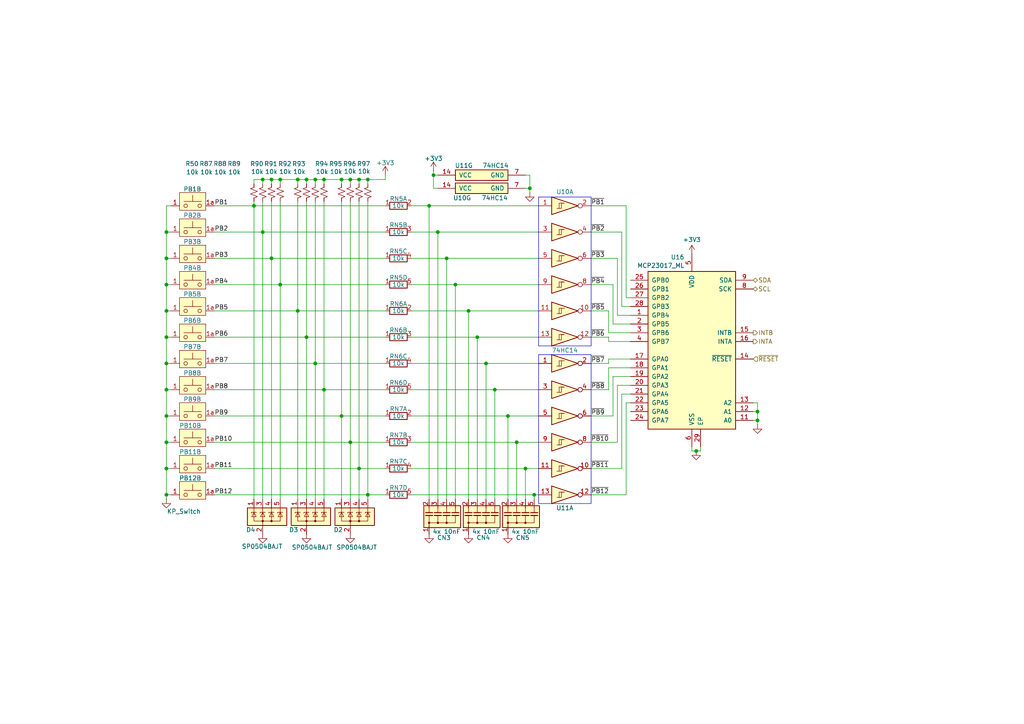
<source format=kicad_sch>
(kicad_sch (version 20250114) (generator "eeschema") (generator_version "9.0")
  (paper "A4")
  (lib_symbols
    (symbol "AudioPanelLibrary:74HC14" (pin_names (offset 1.016))
      (property "Reference" "U" (at 0 3.302 0))
      (property "Value" "74HC14" (at 0 -1.27 0))
      (symbol "74HC14_1_0"
        (polyline (pts (xy -3.81 2.54) (xy -3.81 -2.54) (xy 3.81 0) (xy -3.81 2.54)) (stroke (width 0.254)) (fill (type background)))
        (pin input line (at -7.62 0 0) (length 3.81) (name "~") (number "1"))
        (pin output inverted (at 7.62 0 180) (length 3.81) (name "~") (number "2"))
      )
      (symbol "74HC14_1_1"
        (polyline (pts (xy -2.3194 -0.7675) (xy -1.016 -0.7686) (xy -1.0159 0.7686) (xy -0.106 0.7675)))
        (polyline (pts (xy -1.6512 -0.7626) (xy -1.6536 0.7675) (xy -0.3836 0.7675)))
      )
      (symbol "74HC14_2_0"
        (polyline (pts (xy -3.81 2.54) (xy -3.81 -2.54) (xy 3.81 0) (xy -3.81 2.54)) (stroke (width 0.254)) (fill (type background)))
        (pin input line (at -7.62 0 0) (length 3.81) (name "~") (number "3"))
        (pin output inverted (at 7.62 0 180) (length 3.81) (name "~") (number "4"))
      )
      (symbol "74HC14_2_1"
        (polyline (pts (xy -2.3194 -0.7675) (xy -1.016 -0.7686) (xy -1.0159 0.7686) (xy -0.106 0.7675)))
        (polyline (pts (xy -1.6512 -0.7626) (xy -1.6536 0.7675) (xy -0.3836 0.7675)))
      )
      (symbol "74HC14_3_0"
        (polyline (pts (xy -3.81 2.54) (xy -3.81 -2.54) (xy 3.81 0) (xy -3.81 2.54)) (stroke (width 0.254)) (fill (type background)))
        (pin input line (at -7.62 0 0) (length 3.81) (name "~") (number "5"))
        (pin output inverted (at 7.62 0 180) (length 3.81) (name "~") (number "6"))
      )
      (symbol "74HC14_3_1"
        (polyline (pts (xy -2.3194 -0.7675) (xy -1.016 -0.7686) (xy -1.0159 0.7686) (xy -0.106 0.7675)))
        (polyline (pts (xy -1.6512 -0.7626) (xy -1.6536 0.7675) (xy -0.3836 0.7675)))
      )
      (symbol "74HC14_4_0"
        (polyline (pts (xy -3.81 2.54) (xy -3.81 -2.54) (xy 3.81 0) (xy -3.81 2.54)) (stroke (width 0.254)) (fill (type background)))
        (pin input line (at -7.62 0 0) (length 3.81) (name "~") (number "9"))
        (pin output inverted (at 7.62 0 180) (length 3.81) (name "~") (number "8"))
      )
      (symbol "74HC14_4_1"
        (polyline (pts (xy -2.3194 -0.7675) (xy -1.016 -0.7686) (xy -1.0159 0.7686) (xy -0.106 0.7675)))
        (polyline (pts (xy -1.6512 -0.7626) (xy -1.6536 0.7675) (xy -0.3836 0.7675)))
      )
      (symbol "74HC14_5_0"
        (polyline (pts (xy -3.81 2.54) (xy -3.81 -2.54) (xy 3.81 0) (xy -3.81 2.54)) (stroke (width 0.254)) (fill (type background)))
        (pin input line (at -7.62 0 0) (length 3.81) (name "~") (number "11"))
        (pin output inverted (at 7.62 0 180) (length 3.81) (name "~") (number "10"))
      )
      (symbol "74HC14_5_1"
        (polyline (pts (xy -2.3194 -0.7675) (xy -1.016 -0.7686) (xy -1.0159 0.7686) (xy -0.106 0.7675)))
        (polyline (pts (xy -1.6512 -0.7626) (xy -1.6536 0.7675) (xy -0.3836 0.7675)))
      )
      (symbol "74HC14_6_0"
        (polyline (pts (xy -3.81 2.54) (xy -3.81 -2.54) (xy 3.81 0) (xy -3.81 2.54)) (stroke (width 0.254)) (fill (type background)))
        (pin input line (at -7.62 0 0) (length 3.81) (name "~") (number "13"))
        (pin output inverted (at 7.62 0 180) (length 3.81) (name "~") (number "12"))
      )
      (symbol "74HC14_6_1"
        (polyline (pts (xy -2.3194 -0.7675) (xy -1.016 -0.7686) (xy -1.0159 0.7686) (xy -0.106 0.7675)))
        (polyline (pts (xy -1.6512 -0.7626) (xy -1.6536 0.7675) (xy -0.3836 0.7675)))
      )
      (symbol "74HC14_7_0"
        (pin power_in line (at 0 12.7 270) (length 5.08) (name "VCC") (number "14"))
        (pin power_in line (at 0 -12.7 90) (length 5.08) (name "GND") (number "7"))
      )
      (symbol "74HC14_7_1"
        (rectangle (start -1.524 7.62) (end 1.524 -7.62) (stroke (width 0.254)) (fill (type background)))
      )
    )
    (symbol "AudioPanelLibrary:KP_Switch" (pin_names (hide yes))
      (property "Reference" "PB" (at 0 8.89 0))
      (property "Value" "KP_Switch" (at 0 0 0))
      (symbol "KP_Switch_0_1"
        (polyline (pts (xy 2.54 0) (xy 2.54 0)))
      )
      (symbol "KP_Switch_1_0"
        (polyline (pts (xy -3.81 5.08) (xy 1.27 5.08)))
        (polyline (pts (xy -3.81 0) (xy 1.27 0)))
        (polyline (pts (xy -3.81 -5.08) (xy 1.27 -5.08)))
        (polyline (pts (xy -3.556 3.556) (xy -3.556 2.921) (xy -2.921 2.921)))
        (polyline (pts (xy -3.556 2.921) (xy -2.286 4.191)))
        (polyline (pts (xy -3.556 -1.524) (xy -3.556 -2.159) (xy -2.921 -2.159)))
        (polyline (pts (xy -3.556 -2.159) (xy -2.286 -0.889)))
        (polyline (pts (xy -3.556 -6.604) (xy -3.556 -7.239) (xy -2.921 -7.239)))
        (polyline (pts (xy -3.556 -7.239) (xy -2.286 -5.969)))
        (polyline (pts (xy -2.286 3.556) (xy -2.286 2.921) (xy -1.651 2.921)))
        (polyline (pts (xy -2.286 2.921) (xy -1.016 4.191)))
        (polyline (pts (xy -2.286 -1.524) (xy -2.286 -2.159) (xy -1.651 -2.159)))
        (polyline (pts (xy -2.286 -2.159) (xy -1.016 -0.889)))
        (polyline (pts (xy -2.286 -6.604) (xy -2.286 -7.239) (xy -1.651 -7.239)))
        (polyline (pts (xy -2.286 -7.239) (xy -1.016 -5.969)))
        (polyline (pts (xy -1.905 6.35) (xy -1.905 3.81)))
        (polyline (pts (xy -1.905 5.08) (xy 0 6.35) (xy 0 3.81) (xy -1.905 5.08)) (fill (type outline)))
        (polyline (pts (xy -1.905 1.27) (xy -1.905 -1.27)))
        (polyline (pts (xy -1.905 0) (xy 0 1.27) (xy 0 -1.27) (xy -1.905 0)) (fill (type outline)))
        (polyline (pts (xy -1.905 -3.81) (xy -1.905 -6.35)))
        (polyline (pts (xy -1.905 -5.08) (xy 0 -3.81) (xy 0 -6.35) (xy -1.905 -5.08)) (fill (type outline)))
      )
      (symbol "KP_Switch_1_1"
        (rectangle (start -5.08 7.62) (end 5.08 -8.89) (fill (type background)))
        (polyline (pts (xy -3.81 5.08) (xy -5.08 5.08)))
        (polyline (pts (xy -3.81 0) (xy -5.08 0)))
        (polyline (pts (xy -3.81 0) (xy -3.81 0)))
        (polyline (pts (xy -3.81 -5.08) (xy -5.08 -5.08)))
        (polyline (pts (xy 1.27 5.08) (xy 2.54 5.08) (xy 2.54 -5.08)))
        (polyline (pts (xy 1.27 0) (xy 2.54 0)))
        (polyline (pts (xy 1.27 -5.08) (xy 2.54 -5.08)))
        (polyline (pts (xy 6.35 0) (xy 2.54 0)))
        (text "R" (at 0.762 4.064 0) (effects (font (size 1.27 1.27))))
        (text "G" (at 0.762 -1.016 0) (effects (font (size 1.27 1.27))))
        (text "B" (at 0.762 -6.096 0) (effects (font (size 1.27 1.27))))
        (pin passive line (at -7.62 5.08 0) (length 2.54) (name "K_R") (number "3"))
        (pin passive line (at -7.62 0 0) (length 2.54) (name "K_G") (number "4"))
        (pin passive line (at -7.62 -5.08 0) (length 2.54) (name "K_B") (number "5"))
        (pin passive line (at 7.62 0 180) (length 2.54) (name "A") (number "2"))
      )
      (symbol "KP_Switch_2_1"
        (rectangle (start -3.81 3.81) (end 3.81 -1.27) (fill (type background)))
        (circle (center -2.032 0) (radius 0.508))
        (polyline (pts (xy 0 1.27) (xy 0 3.048)))
        (circle (center 2.032 0) (radius 0.508))
        (polyline (pts (xy 2.54 1.27) (xy -2.54 1.27)))
        (pin passive line (at -6.35 0 0) (length 2.54) (name "1") (number "1"))
        (pin passive line (at 6.35 0 180) (length 2.54) (name "A") (number "1a"))
      )
    )
    (symbol "Device:C_Network04" (pin_names (offset 0) (hide yes))
      (property "Reference" "CN" (at 4.1656 1.27 0))
      (property "Value" "C_Network04" (at 4.1148 -1.27 0))
      (symbol "C_Network04_0_1"
        (rectangle (start -6.604 3.175) (end 4.064 -3.175) (stroke (width 0.254)) (fill (type background)))
        (polyline (pts (xy -5.08 2.54) (xy -5.08 1.1684)))
        (circle (center -5.08 -1.778) (radius 0.254) (fill (type outline)))
        (polyline (pts (xy -5.08 -1.778) (xy -5.08 0.3556)))
        (polyline (pts (xy -5.08 -1.778) (xy 2.54 -1.778)))
        (polyline (pts (xy -5.08 -2.54) (xy -5.08 -1.778)))
        (polyline (pts (xy -2.54 2.54) (xy -2.54 1.1684)))
        (circle (center -2.54 -1.778) (radius 0.254) (fill (type outline)))
        (polyline (pts (xy -2.54 -1.778) (xy -2.54 0.3556)))
        (polyline (pts (xy 0 2.54) (xy 0 1.1684)))
        (polyline (pts (xy 0 -1.778) (xy 0 0.3556)))
        (circle (center 0 -1.778) (radius 0.254) (fill (type outline)))
        (polyline (pts (xy 2.54 2.54) (xy 2.54 1.1684)))
        (polyline (pts (xy 2.54 -1.778) (xy 2.54 0.3556)))
      )
      (symbol "C_Network04_1_1"
        (polyline (pts (xy -6.096 1.1684) (xy -4.064 1.1684)) (stroke (width 0.3048)))
        (polyline (pts (xy -6.096 0.3556) (xy -4.064 0.3556)) (stroke (width 0.3048)))
        (polyline (pts (xy -3.556 1.1684) (xy -1.524 1.1684)) (stroke (width 0.3048)))
        (polyline (pts (xy -3.556 0.3556) (xy -1.524 0.3556)) (stroke (width 0.3048)))
        (polyline (pts (xy -1.016 1.1684) (xy 1.016 1.1684)) (stroke (width 0.3048)))
        (polyline (pts (xy -1.016 0.3556) (xy 1.016 0.3556)) (stroke (width 0.3048)))
        (polyline (pts (xy 1.524 1.1684) (xy 3.556 1.1684)) (stroke (width 0.3048)))
        (polyline (pts (xy 1.524 0.3556) (xy 3.556 0.3556)) (stroke (width 0.3048)))
        (pin passive line (at -5.08 5.08 270) (length 2.54) (name "C1") (number "2"))
        (pin passive line (at -5.08 -5.08 90) (length 2.54) (name "common") (number "1"))
        (pin passive line (at -2.54 5.08 270) (length 2.54) (name "C2") (number "3"))
        (pin passive line (at 0 5.08 270) (length 2.54) (name "C3") (number "4"))
        (pin passive line (at 2.54 5.08 270) (length 2.54) (name "C4") (number "5"))
      )
    )
    (symbol "Device:R_Network04_Split" (pin_names (offset 0) (hide yes))
      (property "Reference" "RN" (at 2.032 0 90))
      (property "Value" "R_Network04_Split" (at 0 0 90))
      (symbol "R_Network04_Split_0_1"
        (rectangle (start 1.016 2.54) (end -1.016 -2.54) (stroke (width 0.254)))
        (pin passive line (at 0 3.81 270) (length 1.27) (name "R1") (number "1"))
      )
      (symbol "R_Network04_Split_1_1"
        (pin passive line (at 0 -3.81 90) (length 1.27) (name "R1.2") (number "2"))
      )
      (symbol "R_Network04_Split_2_1"
        (pin passive line (at 0 -3.81 90) (length 1.27) (name "R2.2") (number "3"))
      )
      (symbol "R_Network04_Split_3_1"
        (pin passive line (at 0 -3.81 90) (length 1.27) (name "R3.2") (number "4"))
      )
      (symbol "R_Network04_Split_4_1"
        (pin passive line (at 0 -3.81 90) (length 1.27) (name "R4.2") (number "5"))
      )
    )
    (symbol "Device:R_Small_US" (pin_numbers (hide yes)) (pin_names (offset 0.254) (hide yes))
      (property "Reference" "R" (at 0.762 0.508 0))
      (property "Value" "R_Small_US" (at 0.762 -1.016 0))
      (symbol "R_Small_US_1_1"
        (polyline (pts (xy 0 1.524) (xy 1.016 1.143) (xy 0 0.762) (xy -1.016 0.381) (xy 0 0)))
        (polyline (pts (xy 0 0) (xy 1.016 -0.381) (xy 0 -0.762) (xy -1.016 -1.143) (xy 0 -1.524)))
        (pin passive line (at 0 2.54 270) (length 1.016) (name "~") (number "1"))
        (pin passive line (at 0 -2.54 90) (length 1.016) (name "~") (number "2"))
      )
    )
    (symbol "Interface_Expansion:MCP23017_ML" (pin_names (offset 1.016))
      (property "Reference" "U" (at -11.43 24.13 0))
      (property "Value" "MCP23017_ML" (at 0 0 0))
      (symbol "MCP23017_ML_0_1"
        (rectangle (start -12.7 22.86) (end 12.7 -22.86) (stroke (width 0.254)) (fill (type background)))
      )
      (symbol "MCP23017_ML_1_1"
        (pin bidirectional line (at -17.78 20.32 0) (length 5.08) (name "SDA") (number "9"))
        (pin input line (at -17.78 17.78 0) (length 5.08) (name "SCK") (number "8"))
        (pin tri_state line (at -17.78 5.08 0) (length 5.08) (name "INTB") (number "15"))
        (pin tri_state line (at -17.78 2.54 0) (length 5.08) (name "INTA") (number "16"))
        (pin input line (at -17.78 -2.54 0) (length 5.08) (name "~{RESET}") (number "14"))
        (pin input line (at -17.78 -15.24 0) (length 5.08) (name "A2") (number "13"))
        (pin input line (at -17.78 -17.78 0) (length 5.08) (name "A1") (number "12"))
        (pin input line (at -17.78 -20.32 0) (length 5.08) (name "A0") (number "11"))
        (pin no_connect line (at -12.7 15.24 0) (length 5.08) (hide yes) (name "NC") (number "7"))
        (pin no_connect line (at -12.7 12.7 0) (length 5.08) (hide yes) (name "NC") (number "10"))
        (pin passive line (at -2.54 -27.94 90) (length 5.08) (name "EP") (number "29"))
        (pin power_in line (at 0 27.94 270) (length 5.08) (name "VDD") (number "5"))
        (pin power_in line (at 0 -27.94 90) (length 5.08) (name "VSS") (number "6"))
        (pin bidirectional line (at 17.78 20.32 180) (length 5.08) (name "GPB0") (number "25"))
        (pin bidirectional line (at 17.78 17.78 180) (length 5.08) (name "GPB1") (number "26"))
        (pin bidirectional line (at 17.78 15.24 180) (length 5.08) (name "GPB2") (number "27"))
        (pin bidirectional line (at 17.78 12.7 180) (length 5.08) (name "GPB3") (number "28"))
        (pin bidirectional line (at 17.78 10.16 180) (length 5.08) (name "GPB4") (number "1"))
        (pin bidirectional line (at 17.78 7.62 180) (length 5.08) (name "GPB5") (number "2"))
        (pin bidirectional line (at 17.78 5.08 180) (length 5.08) (name "GPB6") (number "3"))
        (pin output line (at 17.78 2.54 180) (length 5.08) (name "GPB7") (number "4"))
        (pin bidirectional line (at 17.78 -2.54 180) (length 5.08) (name "GPA0") (number "17"))
        (pin bidirectional line (at 17.78 -5.08 180) (length 5.08) (name "GPA1") (number "18"))
        (pin bidirectional line (at 17.78 -7.62 180) (length 5.08) (name "GPA2") (number "19"))
        (pin bidirectional line (at 17.78 -10.16 180) (length 5.08) (name "GPA3") (number "20"))
        (pin bidirectional line (at 17.78 -12.7 180) (length 5.08) (name "GPA4") (number "21"))
        (pin bidirectional line (at 17.78 -15.24 180) (length 5.08) (name "GPA5") (number "22"))
        (pin bidirectional line (at 17.78 -17.78 180) (length 5.08) (name "GPA6") (number "23"))
        (pin output line (at 17.78 -20.32 180) (length 5.08) (name "GPA7") (number "24"))
      )
    )
    (symbol "Power_Protection:SP0504BAJT" (pin_names (hide yes))
      (property "Reference" "D" (at 7.62 2.54 0))
      (property "Value" "SP0504BAJT" (at 7.62 0.635 0))
      (symbol "SP0504BAJT_0_0"
        (pin passive line (at 0 -5.08 90) (length 2.54) (name "A") (number "2"))
      )
      (symbol "SP0504BAJT_0_1"
        (rectangle (start -4.445 2.54) (end 6.985 -2.54) (stroke (width 0.254)) (fill (type background)))
        (polyline (pts (xy -3.302 1.016) (xy -3.302 1.27) (xy -1.905 1.27) (xy -1.778 1.27)))
        (polyline (pts (xy -2.54 2.54) (xy -2.54 1.27)))
        (polyline (pts (xy -2.54 1.27) (xy -2.54 -1.27) (xy 2.54 -1.27) (xy 2.54 1.27)))
        (polyline (pts (xy -2.54 1.27) (xy -1.905 0) (xy -3.175 0) (xy -2.54 1.27)))
        (polyline (pts (xy 0 2.54) (xy 0 1.27)))
        (polyline (pts (xy 0 -1.27) (xy 0 1.27)))
        (polyline (pts (xy 0 -1.27) (xy 0 -2.54)))
        (circle (center 0 -1.27) (radius 0.254) (fill (type outline)))
        (polyline (pts (xy 0.635 1.27) (xy 0.762 1.27)))
        (polyline (pts (xy 0.635 1.27) (xy -0.762 1.27) (xy -0.762 1.016)))
        (polyline (pts (xy 0.635 0) (xy -0.635 0) (xy 0 1.27) (xy 0.635 0)))
        (polyline (pts (xy 1.778 1.016) (xy 1.778 1.27) (xy 3.175 1.27) (xy 3.302 1.27)))
        (polyline (pts (xy 2.54 2.54) (xy 2.54 1.27)))
        (polyline (pts (xy 2.54 1.27) (xy 1.905 0) (xy 3.175 0) (xy 2.54 1.27)))
        (circle (center 2.54 -1.27) (radius 0.254) (fill (type outline)))
        (polyline (pts (xy 4.318 1.016) (xy 4.318 1.27) (xy 5.715 1.27) (xy 5.842 1.27)))
        (polyline (pts (xy 5.08 2.54) (xy 5.08 1.27)))
        (polyline (pts (xy 5.08 1.27) (xy 5.08 -1.27) (xy 2.54 -1.27)))
        (polyline (pts (xy 5.08 1.27) (xy 4.445 0) (xy 5.715 0) (xy 5.08 1.27)))
      )
      (symbol "SP0504BAJT_1_1"
        (pin passive line (at -2.54 5.08 270) (length 2.54) (name "K") (number "1"))
        (pin passive line (at 0 5.08 270) (length 2.54) (name "K") (number "3"))
        (pin passive line (at 2.54 5.08 270) (length 2.54) (name "K") (number "4"))
        (pin passive line (at 5.08 5.08 270) (length 2.54) (name "K") (number "5"))
      )
    )
    (symbol "power:+3V3" (power) (pin_numbers (hide yes)) (pin_names (offset 0) (hide yes))
      (property "Value" "+3V3" (at 0 3.556 0))
      (symbol "+3V3_0_1"
        (polyline (pts (xy -0.762 1.27) (xy 0 2.54)))
        (polyline (pts (xy 0 2.54) (xy 0.762 1.27)))
        (polyline (pts (xy 0 0) (xy 0 2.54)))
      )
      (symbol "+3V3_1_1"
        (pin power_in line (at 0 0 90) (length 0) (name "~") (number "1"))
      )
    )
    (symbol "power:GND" (power) (pin_numbers (hide yes)) (pin_names (offset 0) (hide yes))
      (property "Value" "GND" (at 0 -3.81 0))
      (symbol "GND_0_1"
        (polyline (pts (xy 0 0) (xy 0 -1.27) (xy 1.27 -1.27) (xy 0 -2.54) (xy -1.27 -1.27) (xy 0 -1.27)))
      )
      (symbol "GND_1_1"
        (pin power_in line (at 0 0 270) (length 0) (name "~") (number "1"))
      )
    )
  )
  (rectangle (start 156.21 102.87) (end 171.45 146.05))
  (rectangle (start 156.21 57.15) (end 171.45 100.33))
  (junction (at 106.68 143.51))
  (junction (at 48.26 74.93))
  (junction (at 219.71 119.38))
  (junction (at 140.97 105.41))
  (junction (at 99.06 120.65))
  (junction (at 143.51 113.03))
  (junction (at 81.28 52.07))
  (junction (at 48.26 113.03))
  (junction (at 48.26 97.79))
  (junction (at 48.26 135.89))
  (junction (at 125.73 50.8))
  (junction (at 91.44 105.41))
  (junction (at 78.74 52.07))
  (junction (at 88.9 52.07))
  (junction (at 135.89 90.17))
  (junction (at 101.6 52.07))
  (junction (at 76.2 67.31))
  (junction (at 48.26 128.27))
  (junction (at 48.26 120.65))
  (junction (at 149.86 128.27))
  (junction (at 78.74 74.93))
  (junction (at 124.46 59.69))
  (junction (at 154.94 143.51))
  (junction (at 73.66 59.69))
  (junction (at 147.32 120.65))
  (junction (at 101.6 128.27))
  (junction (at 153.67 54.61))
  (junction (at 81.28 82.55))
  (junction (at 48.26 90.17))
  (junction (at 48.26 82.55))
  (junction (at 86.36 90.17))
  (junction (at 106.68 52.07))
  (junction (at 201.93 130.81))
  (junction (at 104.14 52.07))
  (junction (at 48.26 67.31))
  (junction (at 93.98 113.03))
  (junction (at 91.44 52.07))
  (junction (at 48.26 143.51))
  (junction (at 152.4 135.89))
  (junction (at 86.36 52.07))
  (junction (at 93.98 52.07))
  (junction (at 132.08 82.55))
  (junction (at 138.43 97.79))
  (junction (at 219.71 121.92))
  (junction (at 48.26 105.41))
  (junction (at 127 67.31))
  (junction (at 76.2 52.07))
  (junction (at 99.06 52.07))
  (junction (at 104.14 135.89))
  (junction (at 88.9 97.79))
  (junction (at 129.54 74.93))
  (wire (pts (xy 81.28 58.42) (xy 81.28 82.55)))
  (wire (pts (xy 138.43 97.79) (xy 156.21 97.79)))
  (wire (pts (xy 218.44 121.92) (xy 219.71 121.92)))
  (wire (pts (xy 48.26 82.55) (xy 48.26 74.93)))
  (wire (pts (xy 93.98 52.07) (xy 93.98 53.34)))
  (wire (pts (xy 119.38 135.89) (xy 152.4 135.89)))
  (wire (pts (xy 99.06 58.42) (xy 99.06 120.65)))
  (wire (pts (xy 48.26 67.31) (xy 49.53 67.31)))
  (wire (pts (xy 62.23 59.69) (xy 73.66 59.69)))
  (wire (pts (xy 91.44 105.41) (xy 91.44 144.78)))
  (wire (pts (xy 76.2 67.31) (xy 111.76 67.31)))
  (wire (pts (xy 135.89 90.17) (xy 156.21 90.17)))
  (wire (pts (xy 171.45 67.31) (xy 180.34 67.31)))
  (wire (pts (xy 48.26 97.79) (xy 48.26 105.41)))
  (wire (pts (xy 73.66 59.69) (xy 111.76 59.69)))
  (wire (pts (xy 125.73 54.61) (xy 127 54.61)))
  (wire (pts (xy 156.21 120.65) (xy 147.32 120.65)))
  (wire (pts (xy 181.61 116.84) (xy 181.61 143.51)))
  (wire (pts (xy 88.9 52.07) (xy 91.44 52.07)))
  (wire (pts (xy 219.71 121.92) (xy 219.71 119.38)))
  (wire (pts (xy 171.45 59.69) (xy 181.61 59.69)))
  (wire (pts (xy 176.53 105.41) (xy 171.45 105.41)))
  (wire (pts (xy 182.88 88.9) (xy 180.34 88.9)))
  (wire (pts (xy 154.94 143.51) (xy 156.21 143.51)))
  (wire (pts (xy 48.26 120.65) (xy 48.26 113.03)))
  (wire (pts (xy 106.68 143.51) (xy 111.76 143.51)))
  (wire (pts (xy 48.26 128.27) (xy 49.53 128.27)))
  (wire (pts (xy 176.53 97.79) (xy 171.45 97.79)))
  (wire (pts (xy 101.6 52.07) (xy 101.6 53.34)))
  (wire (pts (xy 180.34 114.3) (xy 180.34 135.89)))
  (wire (pts (xy 93.98 113.03) (xy 111.76 113.03)))
  (wire (pts (xy 76.2 52.07) (xy 76.2 53.34)))
  (wire (pts (xy 86.36 58.42) (xy 86.36 90.17)))
  (wire (pts (xy 203.2 130.81) (xy 201.93 130.81)))
  (wire (pts (xy 119.38 143.51) (xy 154.94 143.51)))
  (wire (pts (xy 176.53 99.06) (xy 176.53 97.79)))
  (wire (pts (xy 180.34 88.9) (xy 180.34 67.31)))
  (wire (pts (xy 48.26 67.31) (xy 48.26 59.69)))
  (wire (pts (xy 76.2 58.42) (xy 76.2 67.31)))
  (wire (pts (xy 140.97 105.41) (xy 140.97 144.78)))
  (wire (pts (xy 154.94 143.51) (xy 154.94 144.78)))
  (wire (pts (xy 182.88 104.14) (xy 176.53 104.14)))
  (wire (pts (xy 176.53 104.14) (xy 176.53 105.41)))
  (wire (pts (xy 127 67.31) (xy 127 144.78)))
  (wire (pts (xy 48.26 144.78) (xy 48.26 143.51)))
  (wire (pts (xy 78.74 74.93) (xy 111.76 74.93)))
  (wire (pts (xy 62.23 120.65) (xy 99.06 120.65)))
  (wire (pts (xy 129.54 74.93) (xy 129.54 144.78)))
  (wire (pts (xy 153.67 50.8) (xy 152.4 50.8)))
  (wire (pts (xy 62.23 143.51) (xy 106.68 143.51)))
  (wire (pts (xy 119.38 82.55) (xy 132.08 82.55)))
  (wire (pts (xy 182.88 99.06) (xy 176.53 99.06)))
  (wire (pts (xy 99.06 120.65) (xy 99.06 144.78)))
  (wire (pts (xy 176.53 113.03) (xy 171.45 113.03)))
  (wire (pts (xy 182.88 106.68) (xy 176.53 106.68)))
  (wire (pts (xy 171.45 128.27) (xy 179.07 128.27)))
  (wire (pts (xy 124.46 59.69) (xy 124.46 144.78)))
  (wire (pts (xy 104.14 135.89) (xy 111.76 135.89)))
  (wire (pts (xy 119.38 67.31) (xy 127 67.31)))
  (wire (pts (xy 132.08 82.55) (xy 156.21 82.55)))
  (wire (pts (xy 81.28 82.55) (xy 111.76 82.55)))
  (wire (pts (xy 179.07 91.44) (xy 179.07 74.93)))
  (wire (pts (xy 48.26 97.79) (xy 49.53 97.79)))
  (wire (pts (xy 48.26 90.17) (xy 48.26 82.55)))
  (wire (pts (xy 201.93 130.81) (xy 200.66 130.81)))
  (wire (pts (xy 182.88 114.3) (xy 180.34 114.3)))
  (wire (pts (xy 81.28 52.07) (xy 81.28 53.34)))
  (wire (pts (xy 152.4 135.89) (xy 152.4 144.78)))
  (wire (pts (xy 119.38 90.17) (xy 135.89 90.17)))
  (wire (pts (xy 93.98 52.07) (xy 99.06 52.07)))
  (wire (pts (xy 106.68 58.42) (xy 106.68 143.51)))
  (wire (pts (xy 106.68 143.51) (xy 106.68 144.78)))
  (wire (pts (xy 101.6 52.07) (xy 104.14 52.07)))
  (wire (pts (xy 62.23 97.79) (xy 88.9 97.79)))
  (wire (pts (xy 177.8 82.55) (xy 177.8 93.98)))
  (wire (pts (xy 119.38 97.79) (xy 138.43 97.79)))
  (wire (pts (xy 86.36 90.17) (xy 86.36 144.78)))
  (wire (pts (xy 86.36 52.07) (xy 88.9 52.07)))
  (wire (pts (xy 176.53 96.52) (xy 176.53 90.17)))
  (wire (pts (xy 125.73 50.8) (xy 127 50.8)))
  (wire (pts (xy 91.44 52.07) (xy 91.44 53.34)))
  (wire (pts (xy 86.36 52.07) (xy 86.36 53.34)))
  (wire (pts (xy 62.23 128.27) (xy 101.6 128.27)))
  (wire (pts (xy 73.66 59.69) (xy 73.66 144.78)))
  (wire (pts (xy 219.71 119.38) (xy 219.71 116.84)))
  (wire (pts (xy 153.67 54.61) (xy 153.67 50.8)))
  (wire (pts (xy 62.23 135.89) (xy 104.14 135.89)))
  (wire (pts (xy 111.76 52.07) (xy 106.68 52.07)))
  (wire (pts (xy 62.23 90.17) (xy 86.36 90.17)))
  (wire (pts (xy 119.38 113.03) (xy 143.51 113.03)))
  (wire (pts (xy 62.23 67.31) (xy 76.2 67.31)))
  (wire (pts (xy 99.06 52.07) (xy 101.6 52.07)))
  (wire (pts (xy 88.9 58.42) (xy 88.9 97.79)))
  (wire (pts (xy 171.45 74.93) (xy 179.07 74.93)))
  (wire (pts (xy 182.88 93.98) (xy 177.8 93.98)))
  (wire (pts (xy 48.26 74.93) (xy 48.26 67.31)))
  (wire (pts (xy 147.32 120.65) (xy 147.32 144.78)))
  (wire (pts (xy 119.38 59.69) (xy 124.46 59.69)))
  (wire (pts (xy 176.53 106.68) (xy 176.53 113.03)))
  (wire (pts (xy 132.08 82.55) (xy 132.08 144.78)))
  (wire (pts (xy 73.66 58.42) (xy 73.66 59.69)))
  (wire (pts (xy 48.26 113.03) (xy 49.53 113.03)))
  (wire (pts (xy 182.88 111.76) (xy 179.07 111.76)))
  (wire (pts (xy 81.28 82.55) (xy 81.28 144.78)))
  (wire (pts (xy 91.44 58.42) (xy 91.44 105.41)))
  (wire (pts (xy 62.23 113.03) (xy 93.98 113.03)))
  (wire (pts (xy 88.9 97.79) (xy 88.9 144.78)))
  (wire (pts (xy 48.26 143.51) (xy 48.26 135.89)))
  (wire (pts (xy 99.06 52.07) (xy 99.06 53.34)))
  (wire (pts (xy 88.9 97.79) (xy 111.76 97.79)))
  (wire (pts (xy 104.14 58.42) (xy 104.14 135.89)))
  (wire (pts (xy 48.26 59.69) (xy 49.53 59.69)))
  (wire (pts (xy 149.86 128.27) (xy 149.86 144.78)))
  (wire (pts (xy 119.38 105.41) (xy 140.97 105.41)))
  (wire (pts (xy 182.88 109.22) (xy 177.8 109.22)))
  (wire (pts (xy 182.88 86.36) (xy 181.61 86.36)))
  (wire (pts (xy 143.51 113.03) (xy 143.51 144.78)))
  (wire (pts (xy 48.26 120.65) (xy 49.53 120.65)))
  (wire (pts (xy 48.26 135.89) (xy 48.26 128.27)))
  (wire (pts (xy 125.73 50.8) (xy 125.73 54.61)))
  (wire (pts (xy 88.9 52.07) (xy 88.9 53.34)))
  (wire (pts (xy 176.53 90.17) (xy 171.45 90.17)))
  (wire (pts (xy 91.44 105.41) (xy 111.76 105.41)))
  (wire (pts (xy 203.2 129.54) (xy 203.2 130.81)))
  (wire (pts (xy 138.43 97.79) (xy 138.43 144.78)))
  (wire (pts (xy 127 67.31) (xy 156.21 67.31)))
  (wire (pts (xy 76.2 52.07) (xy 78.74 52.07)))
  (wire (pts (xy 181.61 86.36) (xy 181.61 59.69)))
  (wire (pts (xy 73.66 52.07) (xy 76.2 52.07)))
  (wire (pts (xy 62.23 74.93) (xy 78.74 74.93)))
  (wire (pts (xy 200.66 130.81) (xy 200.66 129.54)))
  (wire (pts (xy 135.89 90.17) (xy 135.89 144.78)))
  (wire (pts (xy 171.45 143.51) (xy 181.61 143.51)))
  (wire (pts (xy 152.4 135.89) (xy 156.21 135.89)))
  (wire (pts (xy 140.97 105.41) (xy 156.21 105.41)))
  (wire (pts (xy 129.54 74.93) (xy 156.21 74.93)))
  (wire (pts (xy 62.23 105.41) (xy 91.44 105.41)))
  (wire (pts (xy 177.8 109.22) (xy 177.8 120.65)))
  (wire (pts (xy 219.71 116.84) (xy 218.44 116.84)))
  (wire (pts (xy 111.76 50.8) (xy 111.76 52.07)))
  (wire (pts (xy 152.4 54.61) (xy 153.67 54.61)))
  (wire (pts (xy 86.36 90.17) (xy 111.76 90.17)))
  (wire (pts (xy 182.88 91.44) (xy 179.07 91.44)))
  (wire (pts (xy 48.26 135.89) (xy 49.53 135.89)))
  (wire (pts (xy 101.6 128.27) (xy 111.76 128.27)))
  (wire (pts (xy 78.74 58.42) (xy 78.74 74.93)))
  (wire (pts (xy 177.8 82.55) (xy 171.45 82.55)))
  (wire (pts (xy 171.45 135.89) (xy 180.34 135.89)))
  (wire (pts (xy 78.74 74.93) (xy 78.74 144.78)))
  (wire (pts (xy 182.88 96.52) (xy 176.53 96.52)))
  (wire (pts (xy 104.14 135.89) (xy 104.14 144.78)))
  (wire (pts (xy 153.67 55.88) (xy 153.67 54.61)))
  (wire (pts (xy 93.98 113.03) (xy 93.98 144.78)))
  (wire (pts (xy 62.23 82.55) (xy 81.28 82.55)))
  (wire (pts (xy 149.86 128.27) (xy 156.21 128.27)))
  (wire (pts (xy 78.74 52.07) (xy 78.74 53.34)))
  (wire (pts (xy 76.2 67.31) (xy 76.2 144.78)))
  (wire (pts (xy 106.68 52.07) (xy 106.68 53.34)))
  (wire (pts (xy 182.88 116.84) (xy 181.61 116.84)))
  (wire (pts (xy 48.26 90.17) (xy 49.53 90.17)))
  (wire (pts (xy 119.38 128.27) (xy 149.86 128.27)))
  (wire (pts (xy 48.26 105.41) (xy 49.53 105.41)))
  (wire (pts (xy 48.26 97.79) (xy 48.26 90.17)))
  (wire (pts (xy 101.6 128.27) (xy 101.6 144.78)))
  (wire (pts (xy 104.14 52.07) (xy 106.68 52.07)))
  (wire (pts (xy 101.6 58.42) (xy 101.6 128.27)))
  (wire (pts (xy 143.51 113.03) (xy 156.21 113.03)))
  (wire (pts (xy 219.71 123.19) (xy 219.71 121.92)))
  (wire (pts (xy 99.06 120.65) (xy 111.76 120.65)))
  (wire (pts (xy 179.07 111.76) (xy 179.07 128.27)))
  (wire (pts (xy 91.44 52.07) (xy 93.98 52.07)))
  (wire (pts (xy 73.66 53.34) (xy 73.66 52.07)))
  (wire (pts (xy 124.46 59.69) (xy 156.21 59.69)))
  (wire (pts (xy 48.26 105.41) (xy 48.26 113.03)))
  (wire (pts (xy 48.26 128.27) (xy 48.26 120.65)))
  (wire (pts (xy 125.73 49.53) (xy 125.73 50.8)))
  (wire (pts (xy 218.44 119.38) (xy 219.71 119.38)))
  (wire (pts (xy 119.38 74.93) (xy 129.54 74.93)))
  (wire (pts (xy 81.28 52.07) (xy 86.36 52.07)))
  (wire (pts (xy 48.26 143.51) (xy 49.53 143.51)))
  (wire (pts (xy 104.14 52.07) (xy 104.14 53.34)))
  (wire (pts (xy 147.32 120.65) (xy 119.38 120.65)))
  (wire (pts (xy 78.74 52.07) (xy 81.28 52.07)))
  (wire (pts (xy 48.26 74.93) (xy 49.53 74.93)))
  (wire (pts (xy 177.8 120.65) (xy 171.45 120.65)))
  (wire (pts (xy 93.98 58.42) (xy 93.98 113.03)))
  (wire (pts (xy 48.26 82.55) (xy 49.53 82.55)))
  (label "PB10" (at 62.23 128.27 0))
  (label "PB11" (at 62.23 135.89 0))
  (label "PB3" (at 62.23 74.93 0))
  (label "~{PB7}" (at 171.45 105.41 0))
  (label "PB4" (at 62.23 82.55 0))
  (label "~{PB3}" (at 171.45 74.93 0))
  (label "PB1" (at 62.23 59.69 0))
  (label "~{PB5}" (at 171.45 90.17 0))
  (label "PB7" (at 62.23 105.41 0))
  (label "~{PB11}" (at 171.45 135.89 0))
  (label "~{PB12}" (at 171.45 143.51 0))
  (label "PB9" (at 62.23 120.65 0))
  (label "~{PB10}" (at 171.45 128.27 0))
  (label "PB6" (at 62.23 97.79 0))
  (label "~{PB9}" (at 171.45 120.65 0))
  (label "PB5" (at 62.23 90.17 0))
  (label "~{PB4}" (at 171.45 82.55 0))
  (label "~{PB8}" (at 171.45 113.03 0))
  (label "PB2" (at 62.23 67.31 0))
  (label "PB8" (at 62.23 113.03 0))
  (label "~{PB2}" (at 171.45 67.31 0))
  (label "~{PB6}" (at 171.45 97.79 0))
  (label "PB12" (at 62.23 143.51 0))
  (label "~{PB1}" (at 171.45 59.69 0))
  (hierarchical_label "SDA" (shape bidirectional) (at 218.44 81.28 0))
  (hierarchical_label "INTB" (shape output) (at 218.44 96.52 0))
  (hierarchical_label "INTA" (shape output) (at 218.44 99.06 0))
  (hierarchical_label "~{RESET}" (shape input) (at 218.44 104.14 0))
  (hierarchical_label "SCL" (shape bidirectional) (at 218.44 83.82 0))
  (symbol (lib_id "Device:R_Small_US") (at 99.06 55.88 0) (mirror y) (unit 1)
    (property "Reference" "R94" (at 95.25 47.5206 0) (effects (justify left)))
    (property "Value" "10k" (at 95.25 49.8066 0) (effects (justify left)))
    (property "Description" "Resistor, small US symbol" (effects (hide yes)))
  )
  (symbol (lib_id "AudioPanelLibrary:74HC14") (at 139.7 50.8 90) (unit 7)
    (property "Reference" "U11" (at 137.16 48.006 90) (effects (justify left)))
    (property "Value" "74HC14" (at 147.574 48.006 90) (effects (justify left)))
    (property "Datasheet" "http://www.ti.com/lit/gpn/sn74HC14" (effects (hide yes)))
    (property "Description" "Hex inverter schmitt trigger" (effects (hide yes)))
  )
  (symbol (lib_id "power:GND") (at 101.6 154.94 0) (unit 1)
    (property "Reference" "#PWR0137" (effects (hide yes)))
    (property "Value" "GND" (effects (hide yes)))
    (property "Description" "Power symbol creates a global label with name \"GND\" , ground" (effects (hide yes)))
  )
  (symbol (lib_id "AudioPanelLibrary:74HC14") (at 163.83 90.17 0) (unit 5)
    (property "Reference" "U10" (effects (hide yes)))
    (property "Value" "74HC14" (effects (hide yes)))
    (property "Datasheet" "http://www.ti.com/lit/gpn/sn74HC14" (effects (hide yes)))
    (property "Description" "Hex inverter schmitt trigger" (effects (hide yes)))
  )
  (symbol (lib_id "Device:R_Small_US") (at 91.44 55.88 0) (mirror y) (unit 1)
    (property "Reference" "R92" (at 84.582 47.5206 0) (effects (justify left)))
    (property "Value" "10k" (at 84.582 49.8066 0) (effects (justify left)))
    (property "Description" "Resistor, small US symbol" (effects (hide yes)))
  )
  (symbol (lib_id "Device:C_Network04") (at 152.4 149.86 0) (unit 1)
    (property "Reference" "CN5" (at 149.606 155.956 0) (effects (justify left)))
    (property "Value" "4x 10nF" (at 148.336 154.178 0) (effects (justify left)))
    (property "Description" "4 capacitor network, star topology, bussed capacitors, single bus pin, small symbol, SIP-5" (effects (hide yes)))
  )
  (symbol (lib_id "AudioPanelLibrary:KP_Switch") (at 55.88 135.89 0) (unit 2)
    (property "Reference" "PB11" (at 58.42 131.064 0) (effects (justify right)))
    (property "Value" "KP_Switch" (effects (hide yes)))
    (property "Datasheet" "https://www.nkkswitches.com/pdf/KP_Series.pdf" (effects (hide yes)))
  )
  (symbol (lib_id "power:+3V3") (at 200.66 73.66 0) (unit 1)
    (property "Reference" "#PWR0114" (effects (hide yes)))
    (property "Value" "+3V3" (at 200.66 69.5269 0))
    (property "Description" "Power symbol creates a global label with name \"+3V3\"" (effects (hide yes)))
  )
  (symbol (lib_id "Power_Protection:SP0504BAJT") (at 101.6 149.86 0) (unit 1)
    (property "Reference" "D2" (at 96.774 153.67 0) (effects (justify left)))
    (property "Value" "SP0504BAJT" (at 97.536 158.75 0) (effects (justify left)))
    (property "Footprint" "Package_TO_SOT_SMD:SOT-353_SC-70-5" (effects (hide yes)))
    (property "Datasheet" "http://www.littelfuse.com/~/media/files/littelfuse/technical%20resources/documents/data%20sheets/sp05xxba.pdf" (effects (hide yes)))
    (property "Description" "TVS Diode Array, 5.5V Standoff, 4 Channels, SC-70-5 package" (effects (hide yes)))
  )
  (symbol (lib_id "AudioPanelLibrary:KP_Switch") (at 55.88 74.93 0) (unit 2)
    (property "Reference" "PB3" (at 58.42 70.104 0) (effects (justify right)))
    (property "Value" "KP_Switch" (effects (hide yes)))
    (property "Datasheet" "https://www.nkkswitches.com/pdf/KP_Series.pdf" (effects (hide yes)))
  )
  (symbol (lib_id "AudioPanelLibrary:74HC14") (at 163.83 82.55 0) (unit 4)
    (property "Reference" "U10" (effects (hide yes)))
    (property "Value" "74HC14" (effects (hide yes)))
    (property "Datasheet" "http://www.ti.com/lit/gpn/sn74HC14" (effects (hide yes)))
    (property "Description" "Hex inverter schmitt trigger" (effects (hide yes)))
  )
  (symbol (lib_id "AudioPanelLibrary:KP_Switch") (at 55.88 105.41 0) (unit 2)
    (property "Reference" "PB7" (at 58.42 100.584 0) (effects (justify right)))
    (property "Value" "KP_Switch" (effects (hide yes)))
    (property "Datasheet" "https://www.nkkswitches.com/pdf/KP_Series.pdf" (effects (hide yes)))
  )
  (symbol (lib_id "AudioPanelLibrary:74HC14") (at 163.83 74.93 0) (unit 3)
    (property "Reference" "U10" (effects (hide yes)))
    (property "Value" "74HC14" (effects (hide yes)))
    (property "Datasheet" "http://www.ti.com/lit/gpn/sn74HC14" (effects (hide yes)))
    (property "Description" "Hex inverter schmitt trigger" (effects (hide yes)))
  )
  (symbol (lib_id "AudioPanelLibrary:74HC14") (at 163.83 143.51 0) (unit 6)
    (property "Reference" "U11" (effects (hide yes)))
    (property "Value" "74HC14" (effects (hide yes)))
    (property "Datasheet" "http://www.ti.com/lit/gpn/sn74HC14" (effects (hide yes)))
    (property "Description" "Hex inverter schmitt trigger" (effects (hide yes)))
  )
  (symbol (lib_id "Device:R_Small_US") (at 101.6 55.88 0) (mirror y) (unit 1)
    (property "Reference" "R95" (at 99.314 47.5206 0) (effects (justify left)))
    (property "Value" "10k" (at 99.314 49.8066 0) (effects (justify left)))
    (property "Description" "Resistor, small US symbol" (effects (hide yes)))
  )
  (symbol (lib_id "AudioPanelLibrary:74HC14") (at 163.83 120.65 0) (unit 3)
    (property "Reference" "U11" (effects (hide yes)))
    (property "Value" "74HC14" (effects (hide yes)))
    (property "Datasheet" "http://www.ti.com/lit/gpn/sn74HC14" (effects (hide yes)))
    (property "Description" "Hex inverter schmitt trigger" (effects (hide yes)))
  )
  (symbol (lib_id "AudioPanelLibrary:74HC14") (at 163.83 59.69 0) (unit 1)
    (property "Reference" "U10" (at 163.83 55.626 0))
    (property "Value" "74HC14" (effects (hide yes)))
    (property "Datasheet" "http://www.ti.com/lit/gpn/sn74HC14" (effects (hide yes)))
    (property "Description" "Hex inverter schmitt trigger" (effects (hide yes)))
  )
  (symbol (lib_id "AudioPanelLibrary:74HC14") (at 163.83 113.03 0) (unit 2)
    (property "Reference" "U11" (effects (hide yes)))
    (property "Value" "74HC14" (effects (hide yes)))
    (property "Datasheet" "http://www.ti.com/lit/gpn/sn74HC14" (effects (hide yes)))
    (property "Description" "Hex inverter schmitt trigger" (effects (hide yes)))
  )
  (symbol (lib_id "power:GND") (at 48.26 144.78 0) (unit 1)
    (property "Reference" "#PWR061" (effects (hide yes)))
    (property "Value" "GND" (effects (hide yes)))
    (property "Description" "Power symbol creates a global label with name \"GND\" , ground" (effects (hide yes)))
  )
  (symbol (lib_id "Power_Protection:SP0504BAJT") (at 76.2 149.86 0) (unit 1)
    (property "Reference" "D4" (at 71.374 153.67 0) (effects (justify left)))
    (property "Value" "SP0504BAJT" (at 70.104 158.496 0) (effects (justify left)))
    (property "Footprint" "Package_TO_SOT_SMD:SOT-353_SC-70-5" (effects (hide yes)))
    (property "Datasheet" "http://www.littelfuse.com/~/media/files/littelfuse/technical%20resources/documents/data%20sheets/sp05xxba.pdf" (effects (hide yes)))
    (property "Description" "TVS Diode Array, 5.5V Standoff, 4 Channels, SC-70-5 package" (effects (hide yes)))
  )
  (symbol (lib_id "power:GND") (at 219.71 123.19 0) (unit 1)
    (property "Reference" "#PWR0135" (effects (hide yes)))
    (property "Value" "GND" (effects (hide yes)))
    (property "Description" "Power symbol creates a global label with name \"GND\" , ground" (effects (hide yes)))
  )
  (symbol (lib_id "Device:R_Network04_Split") (at 115.57 90.17 90) (unit 1)
    (property "Reference" "RN6" (at 115.57 88.138 90))
    (property "Value" "10k" (at 115.57 90.17 90))
    (property "Footprint" "Resistor_THT:R_Array_SIP5" (effects (hide yes)))
    (property "Datasheet" "http://www.vishay.com/docs/31509/csc.pdf" (effects (hide yes)))
    (property "Description" "4 resistor network, star topology, bussed resistors, split" (effects (hide yes)))
  )
  (symbol (lib_id "AudioPanelLibrary:KP_Switch") (at 55.88 128.27 0) (unit 2)
    (property "Reference" "PB10" (at 58.42 123.444 0) (effects (justify right)))
    (property "Value" "KP_Switch" (effects (hide yes)))
    (property "Datasheet" "https://www.nkkswitches.com/pdf/KP_Series.pdf" (effects (hide yes)))
  )
  (symbol (lib_id "power:GND") (at 124.46 154.94 0) (unit 1)
    (property "Reference" "#PWR0110" (effects (hide yes)))
    (property "Value" "GND" (effects (hide yes)))
    (property "Description" "Power symbol creates a global label with name \"GND\" , ground" (effects (hide yes)))
  )
  (symbol (lib_id "AudioPanelLibrary:74HC14") (at 163.83 67.31 0) (unit 2)
    (property "Reference" "U10" (effects (hide yes)))
    (property "Value" "74HC14" (effects (hide yes)))
    (property "Datasheet" "http://www.ti.com/lit/gpn/sn74HC14" (effects (hide yes)))
    (property "Description" "Hex inverter schmitt trigger" (effects (hide yes)))
  )
  (symbol (lib_id "AudioPanelLibrary:74HC14") (at 163.83 97.79 0) (unit 6)
    (property "Reference" "U10" (effects (hide yes)))
    (property "Value" "74HC14" (at 163.83 101.6 0))
    (property "Datasheet" "http://www.ti.com/lit/gpn/sn74HC14" (effects (hide yes)))
    (property "Description" "Hex inverter schmitt trigger" (effects (hide yes)))
  )
  (symbol (lib_id "Device:R_Network04_Split") (at 115.57 82.55 90) (unit 4)
    (property "Reference" "RN5" (at 115.57 80.518 90))
    (property "Value" "10k" (at 115.57 82.55 90))
    (property "Footprint" "Resistor_THT:R_Array_SIP5" (effects (hide yes)))
    (property "Datasheet" "http://www.vishay.com/docs/31509/csc.pdf" (effects (hide yes)))
    (property "Description" "4 resistor network, star topology, bussed resistors, split" (effects (hide yes)))
  )
  (symbol (lib_id "Device:R_Small_US") (at 106.68 55.88 0) (mirror y) (unit 1)
    (property "Reference" "R97" (at 107.442 47.5206 0) (effects (justify left)))
    (property "Value" "10k" (at 107.442 49.6909 0) (effects (justify left)))
    (property "Description" "Resistor, small US symbol" (effects (hide yes)))
  )
  (symbol (lib_id "Device:R_Small_US") (at 76.2 55.88 0) (mirror y) (unit 1)
    (property "Reference" "R87" (at 61.722 47.498 0) (effects (justify left)))
    (property "Value" "10k" (at 61.722 49.9223 0) (effects (justify left)))
    (property "Description" "Resistor, small US symbol" (effects (hide yes)))
  )
  (symbol (lib_id "Device:R_Network04_Split") (at 115.57 67.31 90) (unit 2)
    (property "Reference" "RN5" (at 115.57 65.278 90))
    (property "Value" "10k" (at 115.57 67.31 90))
    (property "Footprint" "Resistor_THT:R_Array_SIP5" (effects (hide yes)))
    (property "Datasheet" "http://www.vishay.com/docs/31509/csc.pdf" (effects (hide yes)))
    (property "Description" "4 resistor network, star topology, bussed resistors, split" (effects (hide yes)))
  )
  (symbol (lib_id "AudioPanelLibrary:KP_Switch") (at 55.88 97.79 0) (unit 2)
    (property "Reference" "PB6" (at 58.42 92.964 0) (effects (justify right)))
    (property "Value" "KP_Switch" (effects (hide yes)))
    (property "Datasheet" "https://www.nkkswitches.com/pdf/KP_Series.pdf" (effects (hide yes)))
  )
  (symbol (lib_id "Device:R_Small_US") (at 81.28 55.88 0) (mirror y) (unit 1)
    (property "Reference" "R89" (at 69.85 47.498 0) (effects (justify left)))
    (property "Value" "10k" (at 69.85 49.9223 0) (effects (justify left)))
    (property "Description" "Resistor, small US symbol" (effects (hide yes)))
  )
  (symbol (lib_id "power:GND") (at 76.2 154.94 0) (unit 1)
    (property "Reference" "#PWR0139" (effects (hide yes)))
    (property "Value" "GND" (effects (hide yes)))
    (property "Description" "Power symbol creates a global label with name \"GND\" , ground" (effects (hide yes)))
  )
  (symbol (lib_id "AudioPanelLibrary:74HC14") (at 163.83 135.89 0) (unit 5)
    (property "Reference" "U11" (effects (hide yes)))
    (property "Value" "74HC14" (effects (hide yes)))
    (property "Datasheet" "http://www.ti.com/lit/gpn/sn74HC14" (effects (hide yes)))
    (property "Description" "Hex inverter schmitt trigger" (effects (hide yes)))
  )
  (symbol (lib_id "Device:R_Small_US") (at 73.66 55.88 0) (mirror y) (unit 1)
    (property "Reference" "R50" (at 57.658 47.498 0) (effects (justify left)))
    (property "Value" "10k" (at 57.658 49.9223 0) (effects (justify left)))
    (property "Description" "Resistor, small US symbol" (effects (hide yes)))
  )
  (symbol (lib_id "Device:R_Network04_Split") (at 115.57 113.03 90) (unit 4)
    (property "Reference" "RN6" (at 115.57 110.998 90))
    (property "Value" "10k" (at 115.57 113.03 90))
    (property "Footprint" "Resistor_THT:R_Array_SIP5" (effects (hide yes)))
    (property "Datasheet" "http://www.vishay.com/docs/31509/csc.pdf" (effects (hide yes)))
    (property "Description" "4 resistor network, star topology, bussed resistors, split" (effects (hide yes)))
  )
  (symbol (lib_id "power:+3V3") (at 111.76 50.8 0) (unit 1)
    (property "Reference" "#PWR046" (effects (hide yes)))
    (property "Value" "+3V3" (at 111.76 47.244 0))
    (property "Description" "Power symbol creates a global label with name \"+3V3\"" (effects (hide yes)))
  )
  (symbol (lib_id "Power_Protection:SP0504BAJT") (at 88.9 149.86 0) (unit 1)
    (property "Reference" "D3" (at 83.82 153.67 0) (effects (justify left)))
    (property "Value" "SP0504BAJT" (at 84.582 158.75 0) (effects (justify left)))
    (property "Footprint" "Package_TO_SOT_SMD:SOT-353_SC-70-5" (effects (hide yes)))
    (property "Datasheet" "http://www.littelfuse.com/~/media/files/littelfuse/technical%20resources/documents/data%20sheets/sp05xxba.pdf" (effects (hide yes)))
    (property "Description" "TVS Diode Array, 5.5V Standoff, 4 Channels, SC-70-5 package" (effects (hide yes)))
  )
  (symbol (lib_id "Device:R_Network04_Split") (at 115.57 143.51 90) (unit 4)
    (property "Reference" "RN7" (at 115.57 141.478 90))
    (property "Value" "10k" (at 115.57 143.51 90))
    (property "Footprint" "Resistor_THT:R_Array_SIP5" (effects (hide yes)))
    (property "Datasheet" "http://www.vishay.com/docs/31509/csc.pdf" (effects (hide yes)))
    (property "Description" "4 resistor network, star topology, bussed resistors, split" (effects (hide yes)))
  )
  (symbol (lib_id "AudioPanelLibrary:KP_Switch") (at 55.88 113.03 0) (unit 2)
    (property "Reference" "PB8" (at 58.42 108.204 0) (effects (justify right)))
    (property "Value" "KP_Switch" (effects (hide yes)))
    (property "Datasheet" "https://www.nkkswitches.com/pdf/KP_Series.pdf" (effects (hide yes)))
  )
  (symbol (lib_id "AudioPanelLibrary:KP_Switch") (at 55.88 59.69 0) (unit 2)
    (property "Reference" "PB1" (at 58.42 54.864 0) (effects (justify right)))
    (property "Value" "KP_Switch" (effects (hide yes)))
    (property "Datasheet" "https://www.nkkswitches.com/pdf/KP_Series.pdf" (effects (hide yes)))
  )
  (symbol (lib_id "AudioPanelLibrary:KP_Switch") (at 55.88 90.17 0) (unit 2)
    (property "Reference" "PB5" (at 58.42 85.344 0) (effects (justify right)))
    (property "Value" "KP_Switch" (effects (hide yes)))
    (property "Datasheet" "https://www.nkkswitches.com/pdf/KP_Series.pdf" (effects (hide yes)))
  )
  (symbol (lib_id "Device:R_Network04_Split") (at 115.57 105.41 90) (unit 3)
    (property "Reference" "RN6" (at 115.57 103.378 90))
    (property "Value" "10k" (at 115.57 105.41 90))
    (property "Footprint" "Resistor_THT:R_Array_SIP5" (effects (hide yes)))
    (property "Datasheet" "http://www.vishay.com/docs/31509/csc.pdf" (effects (hide yes)))
    (property "Description" "4 resistor network, star topology, bussed resistors, split" (effects (hide yes)))
  )
  (symbol (lib_id "AudioPanelLibrary:KP_Switch") (at 55.88 67.31 0) (unit 2)
    (property "Reference" "PB2" (at 58.42 62.484 0) (effects (justify right)))
    (property "Value" "KP_Switch" (effects (hide yes)))
    (property "Datasheet" "https://www.nkkswitches.com/pdf/KP_Series.pdf" (effects (hide yes)))
  )
  (symbol (lib_id "AudioPanelLibrary:74HC14") (at 163.83 128.27 0) (unit 4)
    (property "Reference" "U11" (effects (hide yes)))
    (property "Value" "74HC14" (effects (hide yes)))
    (property "Datasheet" "http://www.ti.com/lit/gpn/sn74HC14" (effects (hide yes)))
    (property "Description" "Hex inverter schmitt trigger" (effects (hide yes)))
  )
  (symbol (lib_id "power:GND") (at 88.9 154.94 0) (unit 1)
    (property "Reference" "#PWR0138" (effects (hide yes)))
    (property "Value" "GND" (effects (hide yes)))
    (property "Description" "Power symbol creates a global label with name \"GND\" , ground" (effects (hide yes)))
  )
  (symbol (lib_id "AudioPanelLibrary:KP_Switch") (at 55.88 120.65 0) (unit 2)
    (property "Reference" "PB9" (at 58.42 115.824 0) (effects (justify right)))
    (property "Value" "KP_Switch" (effects (hide yes)))
    (property "Datasheet" "https://www.nkkswitches.com/pdf/KP_Series.pdf" (effects (hide yes)))
  )
  (symbol (lib_id "AudioPanelLibrary:KP_Switch") (at 55.88 82.55 0) (unit 2)
    (property "Reference" "PB4" (at 58.42 77.724 0) (effects (justify right)))
    (property "Value" "KP_Switch" (effects (hide yes)))
    (property "Datasheet" "https://www.nkkswitches.com/pdf/KP_Series.pdf" (effects (hide yes)))
  )
  (symbol (lib_id "Device:R_Network04_Split") (at 115.57 135.89 90) (unit 3)
    (property "Reference" "RN7" (at 115.57 133.858 90))
    (property "Value" "10k" (at 115.57 135.89 90))
    (property "Footprint" "Resistor_THT:R_Array_SIP5" (effects (hide yes)))
    (property "Datasheet" "http://www.vishay.com/docs/31509/csc.pdf" (effects (hide yes)))
    (property "Description" "4 resistor network, star topology, bussed resistors, split" (effects (hide yes)))
  )
  (symbol (lib_id "Device:C_Network04") (at 129.54 149.86 0) (unit 1)
    (property "Reference" "CN3" (at 126.746 155.956 0) (effects (justify left)))
    (property "Value" "4x 10nF" (at 125.476 154.178 0) (effects (justify left)))
    (property "Description" "4 capacitor network, star topology, bussed capacitors, single bus pin, small symbol, SIP-5" (effects (hide yes)))
  )
  (symbol (lib_id "power:GND") (at 135.89 154.94 0) (unit 1)
    (property "Reference" "#PWR0111" (effects (hide yes)))
    (property "Value" "GND" (effects (hide yes)))
    (property "Description" "Power symbol creates a global label with name \"GND\" , ground" (effects (hide yes)))
  )
  (symbol (lib_id "Device:C_Network04") (at 140.97 149.86 0) (unit 1)
    (property "Reference" "CN4" (at 138.176 155.956 0) (effects (justify left)))
    (property "Value" "4x 10nF" (at 136.906 154.178 0) (effects (justify left)))
    (property "Description" "4 capacitor network, star topology, bussed capacitors, single bus pin, small symbol, SIP-5" (effects (hide yes)))
  )
  (symbol (lib_id "Device:R_Small_US") (at 93.98 55.88 0) (mirror y) (unit 1)
    (property "Reference" "R93" (at 88.646 47.5206 0) (effects (justify left)))
    (property "Value" "10k" (at 88.646 49.8066 0) (effects (justify left)))
    (property "Description" "Resistor, small US symbol" (effects (hide yes)))
  )
  (symbol (lib_id "Device:R_Small_US") (at 86.36 55.88 0) (mirror y) (unit 1)
    (property "Reference" "R90" (at 76.454 47.5206 0) (effects (justify left)))
    (property "Value" "10k" (at 76.454 49.8066 0) (effects (justify left)))
    (property "Description" "Resistor, small US symbol" (effects (hide yes)))
  )
  (symbol (lib_id "Device:R_Small_US") (at 104.14 55.88 0) (mirror y) (unit 1)
    (property "Reference" "R96" (at 103.378 47.5206 0) (effects (justify left)))
    (property "Value" "10k" (at 103.378 49.6909 0) (effects (justify left)))
    (property "Description" "Resistor, small US symbol" (effects (hide yes)))
  )
  (symbol (lib_id "power:GND") (at 147.32 154.94 0) (unit 1)
    (property "Reference" "#PWR0112" (effects (hide yes)))
    (property "Value" "GND" (effects (hide yes)))
    (property "Description" "Power symbol creates a global label with name \"GND\" , ground" (effects (hide yes)))
  )
  (symbol (lib_id "Device:R_Network04_Split") (at 115.57 128.27 90) (unit 2)
    (property "Reference" "RN7" (at 115.57 126.238 90))
    (property "Value" "10k" (at 115.57 128.27 90))
    (property "Footprint" "Resistor_THT:R_Array_SIP5" (effects (hide yes)))
    (property "Datasheet" "http://www.vishay.com/docs/31509/csc.pdf" (effects (hide yes)))
    (property "Description" "4 resistor network, star topology, bussed resistors, split" (effects (hide yes)))
  )
  (symbol (lib_id "Device:R_Network04_Split") (at 115.57 120.65 90) (unit 1)
    (property "Reference" "RN7" (at 115.57 118.618 90))
    (property "Value" "10k" (at 115.57 120.65 90))
    (property "Footprint" "Resistor_THT:R_Array_SIP5" (effects (hide yes)))
    (property "Datasheet" "http://www.vishay.com/docs/31509/csc.pdf" (effects (hide yes)))
    (property "Description" "4 resistor network, star topology, bussed resistors, split" (effects (hide yes)))
  )
  (symbol (lib_id "Device:R_Network04_Split") (at 115.57 59.69 90) (unit 1)
    (property "Reference" "RN5" (at 115.57 57.658 90))
    (property "Value" "10k" (at 115.57 59.69 90))
    (property "Footprint" "Resistor_THT:R_Array_SIP5" (effects (hide yes)))
    (property "Datasheet" "http://www.vishay.com/docs/31509/csc.pdf" (effects (hide yes)))
    (property "Description" "4 resistor network, star topology, bussed resistors, split" (effects (hide yes)))
  )
  (symbol (lib_id "AudioPanelLibrary:74HC14") (at 163.83 105.41 0) (unit 1)
    (property "Reference" "U11" (at 163.83 147.32 0))
    (property "Value" "74HC14" (effects (hide yes)))
    (property "Datasheet" "http://www.ti.com/lit/gpn/sn74HC14" (effects (hide yes)))
    (property "Description" "Hex inverter schmitt trigger" (effects (hide yes)))
  )
  (symbol (lib_id "power:+3V3") (at 125.73 49.53 0) (unit 1)
    (property "Reference" "#PWR054" (effects (hide yes)))
    (property "Value" "+3V3" (at 125.73 45.974 0))
    (property "Description" "Power symbol creates a global label with name \"+3V3\"" (effects (hide yes)))
  )
  (symbol (lib_id "Device:R_Network04_Split") (at 115.57 74.93 90) (unit 3)
    (property "Reference" "RN5" (at 115.57 72.898 90))
    (property "Value" "10k" (at 115.57 74.93 90))
    (property "Footprint" "Resistor_THT:R_Array_SIP5" (effects (hide yes)))
    (property "Datasheet" "http://www.vishay.com/docs/31509/csc.pdf" (effects (hide yes)))
    (property "Description" "4 resistor network, star topology, bussed resistors, split" (effects (hide yes)))
  )
  (symbol (lib_id "AudioPanelLibrary:KP_Switch") (at 55.88 143.51 0) (unit 2)
    (property "Reference" "PB12" (at 58.42 138.684 0) (effects (justify right)))
    (property "Value" "KP_Switch" (at 53.34 148.336 0))
    (property "Datasheet" "https://www.nkkswitches.com/pdf/KP_Series.pdf" (effects (hide yes)))
  )
  (symbol (lib_id "power:GND") (at 201.93 130.81 0) (unit 1)
    (property "Reference" "#PWR0136" (effects (hide yes)))
    (property "Value" "GND" (effects (hide yes)))
    (property "Description" "Power symbol creates a global label with name \"GND\" , ground" (effects (hide yes)))
  )
  (symbol (lib_id "Device:R_Small_US") (at 88.9 55.88 0) (mirror y) (unit 1)
    (property "Reference" "R91" (at 80.518 47.5206 0) (effects (justify left)))
    (property "Value" "10k" (at 80.518 49.8066 0) (effects (justify left)))
    (property "Description" "Resistor, small US symbol" (effects (hide yes)))
  )
  (symbol (lib_id "AudioPanelLibrary:74HC14") (at 139.7 54.61 90) (unit 7)
    (property "Reference" "U10" (at 136.652 57.404 90) (effects (justify left)))
    (property "Value" "74HC14" (at 147.32 57.404 90) (effects (justify left)))
    (property "Datasheet" "http://www.ti.com/lit/gpn/sn74HC14" (effects (hide yes)))
    (property "Description" "Hex inverter schmitt trigger" (effects (hide yes)))
  )
  (symbol (lib_id "Interface_Expansion:MCP23017_ML") (at 200.66 101.6 0) (mirror y) (unit 1)
    (property "Reference" "U16" (at 198.5167 74.5955 0) (effects (justify left)))
    (property "Value" "MCP23017_ML" (at 198.5167 77.0198 0) (effects (justify left)))
    (property "Footprint" "Package_DFN_QFN:QFN-28-1EP_6x6mm_P0.65mm_EP4.25x4.25mm" (effects (hide yes)))
    (property "Datasheet" "https://ww1.microchip.com/downloads/aemDocuments/documents/APID/ProductDocuments/DataSheets/MCP23017-Data-Sheet-DS20001952.pdf" (effects (hide yes)))
    (property "Description" "16-bit I/O expander, I2C, interrupts, w pull-ups, GPA/B7 output only (https://microchip.my.site.com/s/article/GPA7---GPB7-Cannot-Be-Used-as-Inputs-In-MCP23017), QFN-28" (effects (hide yes)))
  )
  (symbol (lib_id "Device:R_Network04_Split") (at 115.57 97.79 90) (unit 2)
    (property "Reference" "RN6" (at 115.57 95.758 90))
    (property "Value" "10k" (at 115.57 97.79 90))
    (property "Footprint" "Resistor_THT:R_Array_SIP5" (effects (hide yes)))
    (property "Datasheet" "http://www.vishay.com/docs/31509/csc.pdf" (effects (hide yes)))
    (property "Description" "4 resistor network, star topology, bussed resistors, split" (effects (hide yes)))
  )
  (symbol (lib_id "Device:R_Small_US") (at 78.74 55.88 0) (mirror y) (unit 1)
    (property "Reference" "R88" (at 65.786 47.498 0) (effects (justify left)))
    (property "Value" "10k" (at 65.786 49.9223 0) (effects (justify left)))
    (property "Description" "Resistor, small US symbol" (effects (hide yes)))
  )
  (symbol (lib_id "power:GND") (at 153.67 55.88 0) (unit 1)
    (property "Reference" "#PWR0113" (effects (hide yes)))
    (property "Value" "GND" (effects (hide yes)))
    (property "Description" "Power symbol creates a global label with name \"GND\" , ground" (effects (hide yes)))
  )
)
</source>
